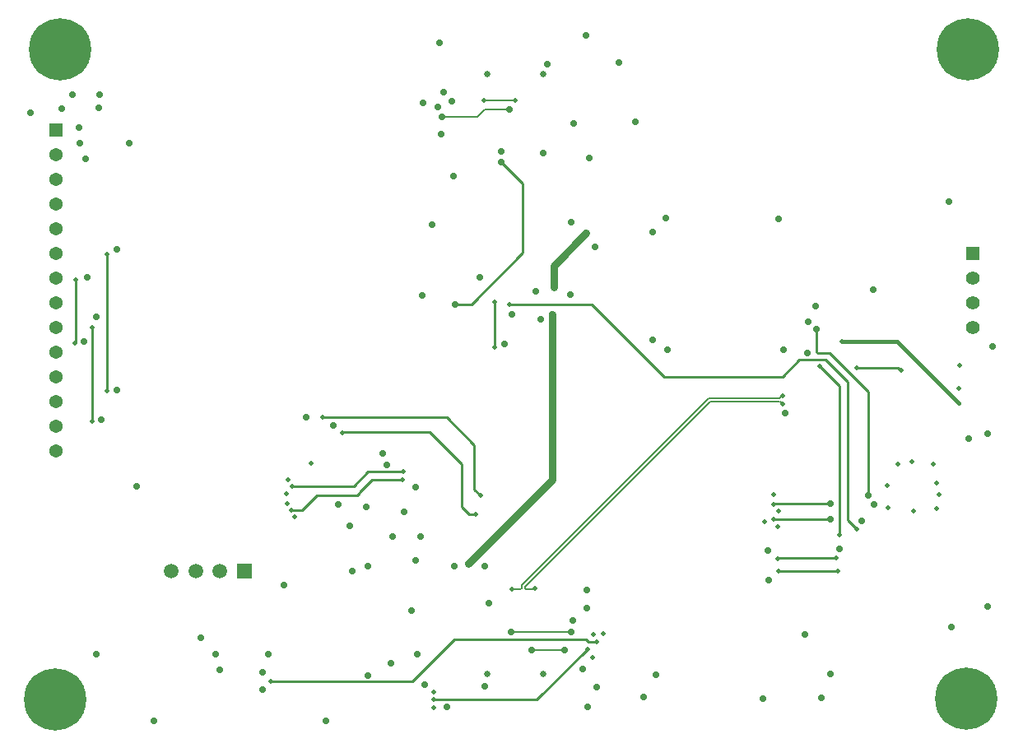
<source format=gbl>
G04*
G04 #@! TF.GenerationSoftware,Altium Limited,Altium Designer,25.3.2 (17)*
G04*
G04 Layer_Physical_Order=4*
G04 Layer_Color=16711680*
%FSLAX25Y25*%
%MOIN*%
G70*
G04*
G04 #@! TF.SameCoordinates,61AD8EE7-702F-4F1E-9177-D9EBC2C31418*
G04*
G04*
G04 #@! TF.FilePolarity,Positive*
G04*
G01*
G75*
%ADD16C,0.01000*%
%ADD59C,0.02559*%
%ADD64C,0.25197*%
%ADD67C,0.00603*%
%ADD68C,0.01500*%
%ADD70C,0.03000*%
%ADD73C,0.05472*%
%ADD74R,0.05472X0.05472*%
%ADD75R,0.05394X0.05394*%
%ADD76C,0.05394*%
%ADD77R,0.05937X0.05937*%
%ADD78C,0.05937*%
%ADD79C,0.02756*%
%ADD80C,0.01968*%
D16*
X232017Y40984D02*
X233001Y40000D01*
X178584Y40984D02*
X232017D01*
X161600Y24000D02*
X178584Y40984D01*
X181500Y94667D02*
X184567Y91600D01*
X187200D01*
X181500Y94667D02*
Y111900D01*
X186500Y101700D02*
X189117Y99083D01*
X206300Y197400D02*
Y225500D01*
X197500Y234300D02*
X206300Y225500D01*
X185500Y176600D02*
X206300Y197400D01*
X178800Y176600D02*
X185500D01*
X186500Y101700D02*
Y119700D01*
X112800Y103000D02*
X137800D01*
X143600Y108800D01*
X139100Y99100D02*
X140300Y100300D01*
X122800Y99100D02*
X139100D01*
X140300Y100500D02*
X145200Y105400D01*
X140300Y100300D02*
Y100500D01*
X117000Y93300D02*
X122800Y99100D01*
X359238Y150000D02*
X359500D01*
X326400Y151700D02*
X334500Y143600D01*
X341500Y151000D02*
X358238D01*
X359238Y150000D01*
X143600Y108800D02*
X157700D01*
X145200Y105400D02*
X157600D01*
X125100Y130800D02*
X175400D01*
X133300Y124600D02*
X133700Y125000D01*
X168400D01*
X200700Y176600D02*
X234300D01*
X263600Y147300D01*
X337700Y89200D02*
X341400Y85500D01*
X337700Y89200D02*
Y145200D01*
X328800Y154100D02*
X337700Y145200D01*
X318300Y154100D02*
X328800D01*
X311500Y147300D02*
X318300Y154100D01*
X263600Y147300D02*
X311500D01*
X334500Y83100D02*
Y143600D01*
X37700Y197000D02*
X37800Y196900D01*
Y141800D02*
Y196900D01*
Y141800D02*
X37900Y141700D01*
X31700Y129300D02*
Y167100D01*
X24900Y160900D02*
Y161162D01*
X25300Y161562D01*
Y186400D01*
X175400Y130800D02*
X186500Y119700D01*
X168400Y125000D02*
X181500Y111900D01*
X309400Y73600D02*
X309600Y73800D01*
X333100D01*
X309700Y68700D02*
X333800D01*
X325200Y157386D02*
Y166700D01*
Y157386D02*
X325786Y156800D01*
X330600D01*
X346100Y141300D01*
Y99100D02*
Y141300D01*
X307800Y89500D02*
X330900D01*
X330884Y95884D02*
X331000Y96000D01*
X308084Y95884D02*
X330884D01*
X307900Y95700D02*
X308084Y95884D01*
X233001Y40000D02*
X236100D01*
X104200Y24000D02*
X161600D01*
X170200Y16400D02*
X212000D01*
X232400Y36800D01*
X112500Y93300D02*
X117000D01*
X194700Y159200D02*
Y177500D01*
D59*
X214638Y27004D02*
D03*
X191882D02*
D03*
Y269744D02*
D03*
X214638D02*
D03*
D64*
X386487Y280000D02*
D03*
X385700Y16800D02*
D03*
X19004Y280000D02*
D03*
X17000Y16700D02*
D03*
D67*
X210000Y36500D02*
X223100D01*
X223300Y36700D01*
X225900Y43900D02*
X226000Y44000D01*
X201700Y43900D02*
X225900D01*
X201600Y43800D02*
X201700Y43900D01*
X190900Y255500D02*
X200900D01*
X188000Y252600D02*
X190900Y255500D01*
X173400Y252600D02*
X188000D01*
X190475Y259125D02*
X203075D01*
X190450Y259150D02*
X190475Y259125D01*
X203075D02*
X203100Y259100D01*
X310400Y137197D02*
X311397Y136200D01*
X311297Y139700D02*
X311400D01*
X310300Y138703D02*
X311297Y139700D01*
X281668Y138703D02*
X310300D01*
X201800Y61300D02*
X205345D01*
X205749Y61703D01*
Y62784D02*
X281668Y138703D01*
X205749Y61703D02*
Y62784D01*
X282249Y137300D02*
X310300D01*
X211050Y61350D02*
X211100Y61400D01*
X207152Y62203D02*
X282249Y137300D01*
X207152Y61703D02*
Y62203D01*
Y61703D02*
X207505Y61350D01*
X211050D01*
D68*
X357700Y161500D02*
X382700Y136500D01*
X335400Y161500D02*
X357700D01*
D70*
X184100Y71400D02*
X218200Y105500D01*
Y172500D01*
X218700Y183400D02*
Y192300D01*
X231800Y205400D01*
D73*
X388564Y177160D02*
D03*
Y187160D02*
D03*
Y167160D02*
D03*
D74*
Y197160D02*
D03*
D75*
X17064Y247160D02*
D03*
D76*
Y117160D02*
D03*
Y127160D02*
D03*
Y137160D02*
D03*
Y147160D02*
D03*
Y157160D02*
D03*
Y167160D02*
D03*
Y227160D02*
D03*
Y217160D02*
D03*
Y237160D02*
D03*
Y177160D02*
D03*
Y187160D02*
D03*
Y197160D02*
D03*
Y207160D02*
D03*
D77*
X93504Y68500D02*
D03*
D78*
X83662D02*
D03*
X63976D02*
D03*
X73819D02*
D03*
D79*
X210000Y36500D02*
D03*
X126500Y8000D02*
D03*
X57000D02*
D03*
X380000Y46000D02*
D03*
X320500Y43000D02*
D03*
X348500Y95500D02*
D03*
X343500Y89000D02*
D03*
X202000Y172500D02*
D03*
X197500Y238500D02*
D03*
X129500Y127500D02*
D03*
X118500Y131000D02*
D03*
X322000Y169500D02*
D03*
X213500Y170500D02*
D03*
X211500Y182000D02*
D03*
X235500Y200000D02*
D03*
X226000Y210000D02*
D03*
X172000Y256500D02*
D03*
X178500Y70500D02*
D03*
X191000D02*
D03*
X199000Y160500D02*
D03*
X225500Y180500D02*
D03*
X321500Y157000D02*
D03*
X312500Y132500D02*
D03*
X334500Y77500D02*
D03*
X306000Y65000D02*
D03*
X305500Y77000D02*
D03*
X226500Y48500D02*
D03*
X101000Y20500D02*
D03*
Y27500D02*
D03*
X35500Y130000D02*
D03*
X42000Y142000D02*
D03*
X28500Y161500D02*
D03*
X33500Y171500D02*
D03*
X30000Y187500D02*
D03*
X42000Y199000D02*
D03*
X35000Y261500D02*
D03*
X24000D02*
D03*
X19504Y255896D02*
D03*
X348264Y182536D02*
D03*
X46700Y242000D02*
D03*
X197500Y234300D02*
D03*
X178800Y176600D02*
D03*
X162700Y73000D02*
D03*
X164800Y82600D02*
D03*
X7000Y254100D02*
D03*
X34500Y256100D02*
D03*
X178300Y228600D02*
D03*
X173300Y245500D02*
D03*
X142700Y94600D02*
D03*
X143500Y70400D02*
D03*
X136100Y87000D02*
D03*
X33600Y34800D02*
D03*
X143506Y26260D02*
D03*
X153400Y82700D02*
D03*
X158200Y92500D02*
D03*
X26900Y242000D02*
D03*
X29300Y235400D02*
D03*
X184100Y71400D02*
D03*
X218200Y172500D02*
D03*
X218700Y183400D02*
D03*
X231800Y205400D02*
D03*
X216300Y273900D02*
D03*
X226900Y249900D02*
D03*
X232040Y60960D02*
D03*
X236200Y21600D02*
D03*
X232300Y53400D02*
D03*
X201600Y43800D02*
D03*
X226000Y44000D02*
D03*
X223300Y36700D02*
D03*
X200900Y255500D02*
D03*
X173400Y252600D02*
D03*
X177600Y259000D02*
D03*
X330800Y26900D02*
D03*
X131500Y95500D02*
D03*
X165900Y258200D02*
D03*
X325200Y166700D02*
D03*
X346100Y99100D02*
D03*
X330900Y89500D02*
D03*
X330942Y95942D02*
D03*
X394600Y124100D02*
D03*
X386700Y122100D02*
D03*
X378800Y218300D02*
D03*
X396400Y159700D02*
D03*
X394400Y54200D02*
D03*
X214500Y238000D02*
D03*
X169500Y209000D02*
D03*
X233300Y235900D02*
D03*
X174200Y262600D02*
D03*
X259000Y205900D02*
D03*
X172400Y282600D02*
D03*
X245153Y274653D02*
D03*
X251896Y250700D02*
D03*
X231700Y285700D02*
D03*
X264300Y211400D02*
D03*
X26676Y248076D02*
D03*
X232400Y13500D02*
D03*
X327300Y17300D02*
D03*
X303600Y17000D02*
D03*
X255300Y17500D02*
D03*
X75900Y41600D02*
D03*
X81900Y34800D02*
D03*
X83500Y28600D02*
D03*
X49800Y102800D02*
D03*
X149600Y116200D02*
D03*
X151100Y111600D02*
D03*
X309771Y211329D02*
D03*
X190900Y22000D02*
D03*
X175600Y13500D02*
D03*
X153000Y31200D02*
D03*
X166500Y22600D02*
D03*
X260300Y26600D02*
D03*
X324700Y176000D02*
D03*
X311842Y158142D02*
D03*
X265000Y158200D02*
D03*
X259000Y162100D02*
D03*
X163500Y35000D02*
D03*
X230672Y28972D02*
D03*
X192504Y55396D02*
D03*
X161200Y52600D02*
D03*
X109400Y62800D02*
D03*
X103100Y34800D02*
D03*
X188800Y187500D02*
D03*
X165600Y180100D02*
D03*
X162700Y102600D02*
D03*
X137199Y68501D02*
D03*
D80*
X187200Y91600D02*
D03*
X189117Y99083D02*
D03*
X383100Y151800D02*
D03*
X382800Y142400D02*
D03*
X382700Y136500D02*
D03*
X341500Y151000D02*
D03*
X326400Y151700D02*
D03*
X111100Y105600D02*
D03*
X359500Y150000D02*
D03*
X157600Y105400D02*
D03*
X157700Y108800D02*
D03*
X125100Y130800D02*
D03*
X133300Y124600D02*
D03*
X200700Y176600D02*
D03*
X203100Y259100D02*
D03*
X190450Y259150D02*
D03*
X341400Y85500D02*
D03*
X334500Y83100D02*
D03*
X37700Y197000D02*
D03*
X37900Y141700D02*
D03*
X31700Y167100D02*
D03*
Y129300D02*
D03*
X25300Y186400D02*
D03*
X24900Y160900D02*
D03*
X309400Y73600D02*
D03*
X333100Y73800D02*
D03*
X110500Y100000D02*
D03*
X309700Y68700D02*
D03*
X333800D02*
D03*
X311397Y136200D02*
D03*
X311400Y139700D02*
D03*
X211100Y61400D02*
D03*
X201800Y61300D02*
D03*
X358200Y111824D02*
D03*
X309600Y86400D02*
D03*
X307900Y95700D02*
D03*
X307800Y89500D02*
D03*
X307700Y99400D02*
D03*
X375000D02*
D03*
X363800Y113000D02*
D03*
X353700Y103100D02*
D03*
X354100Y94200D02*
D03*
X364600Y92900D02*
D03*
X373700Y94000D02*
D03*
X374000Y104200D02*
D03*
X372400Y112000D02*
D03*
X335400Y161500D02*
D03*
X112800Y103000D02*
D03*
X120552Y112252D02*
D03*
X304100Y88400D02*
D03*
X170200Y19500D02*
D03*
Y16400D02*
D03*
X104200Y24000D02*
D03*
X170300Y13100D02*
D03*
X236100Y40000D02*
D03*
X234400Y33500D02*
D03*
X234800Y42800D02*
D03*
X310000Y93000D02*
D03*
X238900Y43300D02*
D03*
X232400Y36800D02*
D03*
X194700Y177500D02*
D03*
Y159200D02*
D03*
X110700Y95900D02*
D03*
X112500Y93300D02*
D03*
X113700Y90400D02*
D03*
M02*

</source>
